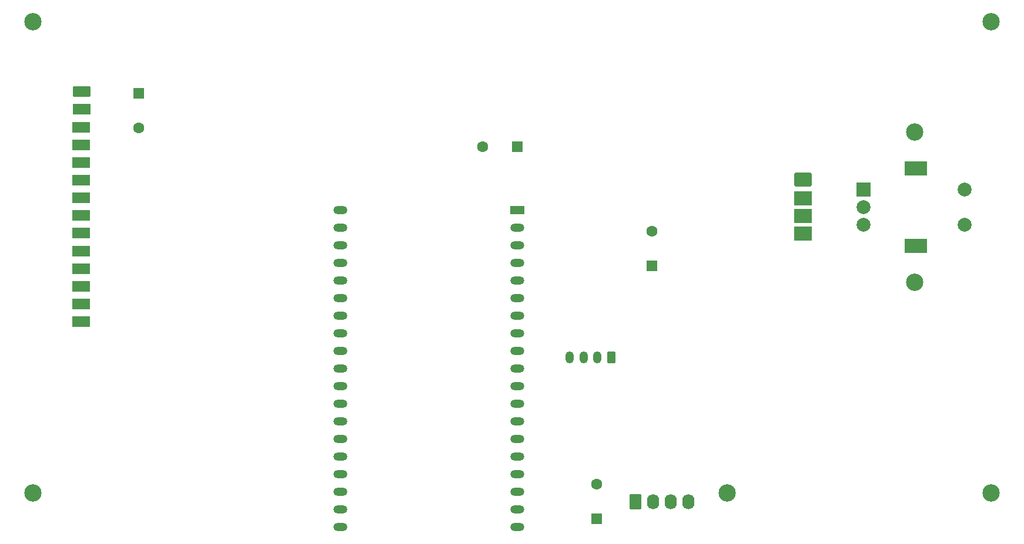
<source format=gbr>
%TF.GenerationSoftware,KiCad,Pcbnew,9.0.5*%
%TF.CreationDate,2025-10-20T17:55:58+02:00*%
%TF.ProjectId,yoradio-3,796f7261-6469-46f2-9d33-2e6b69636164,rev?*%
%TF.SameCoordinates,Original*%
%TF.FileFunction,Soldermask,Top*%
%TF.FilePolarity,Negative*%
%FSLAX46Y46*%
G04 Gerber Fmt 4.6, Leading zero omitted, Abs format (unit mm)*
G04 Created by KiCad (PCBNEW 9.0.5) date 2025-10-20 17:55:58*
%MOMM*%
%LPD*%
G01*
G04 APERTURE LIST*
G04 Aperture macros list*
%AMRoundRect*
0 Rectangle with rounded corners*
0 $1 Rounding radius*
0 $2 $3 $4 $5 $6 $7 $8 $9 X,Y pos of 4 corners*
0 Add a 4 corners polygon primitive as box body*
4,1,4,$2,$3,$4,$5,$6,$7,$8,$9,$2,$3,0*
0 Add four circle primitives for the rounded corners*
1,1,$1+$1,$2,$3*
1,1,$1+$1,$4,$5*
1,1,$1+$1,$6,$7*
1,1,$1+$1,$8,$9*
0 Add four rect primitives between the rounded corners*
20,1,$1+$1,$2,$3,$4,$5,0*
20,1,$1+$1,$4,$5,$6,$7,0*
20,1,$1+$1,$6,$7,$8,$9,0*
20,1,$1+$1,$8,$9,$2,$3,0*%
G04 Aperture macros list end*
%ADD10C,2.500000*%
%ADD11RoundRect,0.170455X1.129545X-0.579545X1.129545X0.579545X-1.129545X0.579545X-1.129545X-0.579545X0*%
%ADD12R,2.500000X1.500000*%
%ADD13RoundRect,0.217391X1.032609X-0.782609X1.032609X0.782609X-1.032609X0.782609X-1.032609X-0.782609X0*%
%ADD14R,2.500000X2.000000*%
%ADD15R,2.000000X2.000000*%
%ADD16C,2.000000*%
%ADD17R,3.200000X2.000000*%
%ADD18R,2.000000X1.200000*%
%ADD19O,2.000000X1.200000*%
%ADD20R,1.600000X1.600000*%
%ADD21C,1.600000*%
%ADD22RoundRect,0.250000X0.350000X0.625000X-0.350000X0.625000X-0.350000X-0.625000X0.350000X-0.625000X0*%
%ADD23O,1.200000X1.750000*%
%ADD24RoundRect,0.250000X-0.620000X-0.845000X0.620000X-0.845000X0.620000X0.845000X-0.620000X0.845000X0*%
%ADD25O,1.740000X2.190000*%
G04 APERTURE END LIST*
D10*
%TO.C,H7*%
X214000000Y-70950000D03*
%TD*%
%TO.C,H6*%
X225000000Y-55000000D03*
%TD*%
D11*
%TO.C,M1*%
X94000000Y-65100000D03*
D12*
X94000000Y-67650000D03*
X93950000Y-70200000D03*
X93950000Y-72750000D03*
X93950000Y-75300000D03*
X93950000Y-77850000D03*
X93950000Y-80400000D03*
X93950000Y-82950000D03*
X93950000Y-85500000D03*
X93900000Y-88100000D03*
X93900000Y-90600000D03*
X93900000Y-93150000D03*
X93900000Y-95700000D03*
X93900000Y-98250000D03*
D13*
X197850000Y-77750000D03*
D14*
X197850000Y-80450000D03*
X197850000Y-83050000D03*
X197850000Y-85550000D03*
%TD*%
D10*
%TO.C,H4*%
X214000000Y-92550000D03*
%TD*%
%TO.C,H5*%
X225000000Y-123000000D03*
%TD*%
%TO.C,H1*%
X87000000Y-123000000D03*
%TD*%
%TO.C,H3*%
X187000000Y-123000000D03*
%TD*%
%TO.C,H2*%
X87000000Y-55000000D03*
%TD*%
D15*
%TO.C,SW1*%
X206650000Y-79250000D03*
D16*
X206650000Y-84250000D03*
X206650000Y-81750000D03*
D17*
X214150000Y-76150000D03*
X214150000Y-87350000D03*
D16*
X221150000Y-84250000D03*
X221150000Y-79250000D03*
%TD*%
D18*
%TO.C,U1*%
X156750000Y-82160000D03*
D19*
X156750000Y-84700000D03*
X156750000Y-87240000D03*
X156750000Y-89780000D03*
X156750000Y-92320000D03*
X156750000Y-94860000D03*
X156750000Y-97400000D03*
X156750000Y-99940000D03*
X156750000Y-102480000D03*
X156750000Y-105020000D03*
X156750000Y-107560000D03*
X156750000Y-110100000D03*
X156750000Y-112640000D03*
X156750000Y-115180000D03*
X156750000Y-117720000D03*
X156750000Y-120260000D03*
X156750000Y-122800000D03*
X156750000Y-125340000D03*
X156750000Y-127880000D03*
X131250000Y-127877280D03*
X131250000Y-125337280D03*
X131250000Y-122800000D03*
X131250000Y-120260000D03*
X131250000Y-117720000D03*
X131250000Y-115180000D03*
X131250000Y-112640000D03*
X131250000Y-110100000D03*
X131250000Y-107560000D03*
X131250000Y-105020000D03*
X131250000Y-102480000D03*
X131250000Y-99940000D03*
X131250000Y-97400000D03*
X131250000Y-94860000D03*
X131250000Y-92360000D03*
X131250000Y-89760000D03*
X131250000Y-87240000D03*
X131250000Y-84700000D03*
X131250000Y-82160000D03*
%TD*%
D20*
%TO.C,C6*%
X168200000Y-126700000D03*
D21*
X168200000Y-121700000D03*
%TD*%
D20*
%TO.C,C2*%
X156760139Y-73030000D03*
D21*
X151760139Y-73030000D03*
%TD*%
D22*
%TO.C,J2*%
X170300000Y-103400000D03*
D23*
X168300000Y-103400000D03*
X166300000Y-103400000D03*
X164300000Y-103400000D03*
%TD*%
D20*
%TO.C,C11*%
X102230000Y-65349862D03*
D21*
X102230000Y-70349862D03*
%TD*%
D20*
%TO.C,C9*%
X176150000Y-90220139D03*
D21*
X176150000Y-85220139D03*
%TD*%
D24*
%TO.C,J1*%
X173740000Y-124280000D03*
D25*
X176280000Y-124280000D03*
X178820000Y-124280000D03*
X181360000Y-124280000D03*
%TD*%
M02*

</source>
